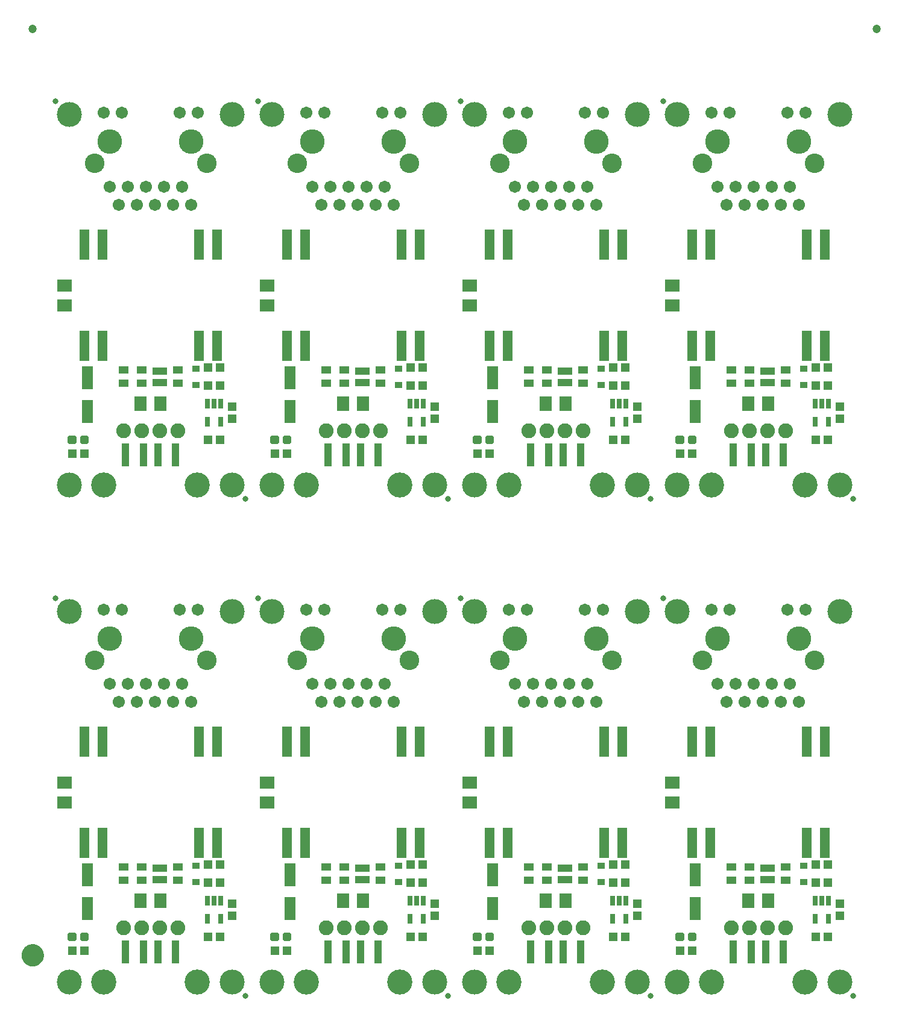
<source format=gts>
G04 EAGLE Gerber RS-274X export*
G75*
%MOMM*%
%FSLAX34Y34*%
%LPD*%
%INSoldermask Top*%
%IPPOS*%
%AMOC8*
5,1,8,0,0,1.08239X$1,22.5*%
G01*
%ADD10R,1.303200X1.203200*%
%ADD11C,0.838200*%
%ADD12C,3.453200*%
%ADD13C,2.753200*%
%ADD14C,1.703200*%
%ADD15R,1.203200X1.303200*%
%ADD16R,0.753200X1.403200*%
%ADD17R,2.003200X1.803200*%
%ADD18C,3.530600*%
%ADD19R,1.103200X3.203200*%
%ADD20C,2.082800*%
%ADD21C,3.505200*%
%ADD22R,1.453200X4.203200*%
%ADD23R,1.033200X0.833200*%
%ADD24R,1.603200X3.203200*%
%ADD25R,1.403200X1.003200*%
%ADD26R,2.003200X1.003200*%
%ADD27R,1.803200X2.003200*%
%ADD28C,0.505344*%
%ADD29C,1.203200*%
%ADD30C,1.270000*%


D10*
X220100Y190500D03*
X237100Y190500D03*
D11*
X273050Y6350D03*
X6350Y565150D03*
D10*
X220100Y165100D03*
X237100Y165100D03*
D12*
X196850Y508000D03*
X82550Y508000D03*
D13*
X218450Y477500D03*
X60950Y477500D03*
D14*
X184150Y444500D03*
X171450Y419100D03*
X158750Y444500D03*
X146050Y419100D03*
X133350Y444500D03*
X120650Y419100D03*
X107950Y444500D03*
X95250Y419100D03*
X196850Y419100D03*
X82550Y444500D03*
X180600Y548600D03*
X98800Y548600D03*
X206000Y548600D03*
X73400Y548600D03*
D15*
X254000Y135500D03*
X254000Y118500D03*
D16*
X238100Y140001D03*
X228600Y140001D03*
X219100Y140001D03*
X219100Y113999D03*
X238100Y113999D03*
D17*
X19050Y306100D03*
X19050Y278100D03*
D10*
X237100Y88900D03*
X220100Y88900D03*
D18*
X205359Y25400D03*
X74041Y25400D03*
D19*
X129700Y67520D03*
X104700Y67520D03*
X149700Y67520D03*
X174700Y67520D03*
D20*
X177800Y101600D03*
X152400Y101600D03*
X127000Y101600D03*
X101600Y101600D03*
D21*
X25400Y546100D03*
X254000Y546100D03*
X254000Y25400D03*
X25400Y25400D03*
D22*
X71800Y221100D03*
X46400Y221100D03*
X207600Y221100D03*
X233000Y221100D03*
X233000Y363100D03*
X207600Y363100D03*
X71800Y363100D03*
X46400Y363100D03*
D23*
X203200Y189300D03*
X203200Y166300D03*
D24*
X50800Y176400D03*
X50800Y128400D03*
D25*
X127000Y186800D03*
X127000Y168800D03*
X101600Y186800D03*
X101600Y168800D03*
D26*
X152400Y185800D03*
X152400Y169800D03*
D25*
X177800Y168800D03*
X177800Y186800D03*
D27*
X125700Y139700D03*
X153700Y139700D03*
D10*
X29600Y69850D03*
X46600Y69850D03*
D28*
X43380Y85410D02*
X43380Y92390D01*
X50360Y92390D01*
X50360Y85410D01*
X43380Y85410D01*
X43380Y90210D02*
X50360Y90210D01*
X25840Y92390D02*
X25840Y85410D01*
X25840Y92390D02*
X32820Y92390D01*
X32820Y85410D01*
X25840Y85410D01*
X25840Y90210D02*
X32820Y90210D01*
D10*
X504580Y190500D03*
X521580Y190500D03*
D11*
X557530Y6350D03*
X290830Y565150D03*
D10*
X504580Y165100D03*
X521580Y165100D03*
D12*
X481330Y508000D03*
X367030Y508000D03*
D13*
X502930Y477500D03*
X345430Y477500D03*
D14*
X468630Y444500D03*
X455930Y419100D03*
X443230Y444500D03*
X430530Y419100D03*
X417830Y444500D03*
X405130Y419100D03*
X392430Y444500D03*
X379730Y419100D03*
X481330Y419100D03*
X367030Y444500D03*
X465080Y548600D03*
X383280Y548600D03*
X490480Y548600D03*
X357880Y548600D03*
D15*
X538480Y135500D03*
X538480Y118500D03*
D16*
X522580Y140001D03*
X513080Y140001D03*
X503580Y140001D03*
X503580Y113999D03*
X522580Y113999D03*
D17*
X303530Y306100D03*
X303530Y278100D03*
D10*
X521580Y88900D03*
X504580Y88900D03*
D18*
X489839Y25400D03*
X358521Y25400D03*
D19*
X414180Y67520D03*
X389180Y67520D03*
X434180Y67520D03*
X459180Y67520D03*
D20*
X462280Y101600D03*
X436880Y101600D03*
X411480Y101600D03*
X386080Y101600D03*
D21*
X309880Y546100D03*
X538480Y546100D03*
X538480Y25400D03*
X309880Y25400D03*
D22*
X356280Y221100D03*
X330880Y221100D03*
X492080Y221100D03*
X517480Y221100D03*
X517480Y363100D03*
X492080Y363100D03*
X356280Y363100D03*
X330880Y363100D03*
D23*
X487680Y189300D03*
X487680Y166300D03*
D24*
X335280Y176400D03*
X335280Y128400D03*
D25*
X411480Y186800D03*
X411480Y168800D03*
X386080Y186800D03*
X386080Y168800D03*
D26*
X436880Y185800D03*
X436880Y169800D03*
D25*
X462280Y168800D03*
X462280Y186800D03*
D27*
X410180Y139700D03*
X438180Y139700D03*
D10*
X314080Y69850D03*
X331080Y69850D03*
D28*
X327860Y85410D02*
X327860Y92390D01*
X334840Y92390D01*
X334840Y85410D01*
X327860Y85410D01*
X327860Y90210D02*
X334840Y90210D01*
X310320Y92390D02*
X310320Y85410D01*
X310320Y92390D02*
X317300Y92390D01*
X317300Y85410D01*
X310320Y85410D01*
X310320Y90210D02*
X317300Y90210D01*
D10*
X789060Y190500D03*
X806060Y190500D03*
D11*
X842010Y6350D03*
X575310Y565150D03*
D10*
X789060Y165100D03*
X806060Y165100D03*
D12*
X765810Y508000D03*
X651510Y508000D03*
D13*
X787410Y477500D03*
X629910Y477500D03*
D14*
X753110Y444500D03*
X740410Y419100D03*
X727710Y444500D03*
X715010Y419100D03*
X702310Y444500D03*
X689610Y419100D03*
X676910Y444500D03*
X664210Y419100D03*
X765810Y419100D03*
X651510Y444500D03*
X749560Y548600D03*
X667760Y548600D03*
X774960Y548600D03*
X642360Y548600D03*
D15*
X822960Y135500D03*
X822960Y118500D03*
D16*
X807060Y140001D03*
X797560Y140001D03*
X788060Y140001D03*
X788060Y113999D03*
X807060Y113999D03*
D17*
X588010Y306100D03*
X588010Y278100D03*
D10*
X806060Y88900D03*
X789060Y88900D03*
D18*
X774319Y25400D03*
X643001Y25400D03*
D19*
X698660Y67520D03*
X673660Y67520D03*
X718660Y67520D03*
X743660Y67520D03*
D20*
X746760Y101600D03*
X721360Y101600D03*
X695960Y101600D03*
X670560Y101600D03*
D21*
X594360Y546100D03*
X822960Y546100D03*
X822960Y25400D03*
X594360Y25400D03*
D22*
X640760Y221100D03*
X615360Y221100D03*
X776560Y221100D03*
X801960Y221100D03*
X801960Y363100D03*
X776560Y363100D03*
X640760Y363100D03*
X615360Y363100D03*
D23*
X772160Y189300D03*
X772160Y166300D03*
D24*
X619760Y176400D03*
X619760Y128400D03*
D25*
X695960Y186800D03*
X695960Y168800D03*
X670560Y186800D03*
X670560Y168800D03*
D26*
X721360Y185800D03*
X721360Y169800D03*
D25*
X746760Y168800D03*
X746760Y186800D03*
D27*
X694660Y139700D03*
X722660Y139700D03*
D10*
X598560Y69850D03*
X615560Y69850D03*
D28*
X612340Y85410D02*
X612340Y92390D01*
X619320Y92390D01*
X619320Y85410D01*
X612340Y85410D01*
X612340Y90210D02*
X619320Y90210D01*
X594800Y92390D02*
X594800Y85410D01*
X594800Y92390D02*
X601780Y92390D01*
X601780Y85410D01*
X594800Y85410D01*
X594800Y90210D02*
X601780Y90210D01*
D10*
X1073540Y190500D03*
X1090540Y190500D03*
D11*
X1126490Y6350D03*
X859790Y565150D03*
D10*
X1073540Y165100D03*
X1090540Y165100D03*
D12*
X1050290Y508000D03*
X935990Y508000D03*
D13*
X1071890Y477500D03*
X914390Y477500D03*
D14*
X1037590Y444500D03*
X1024890Y419100D03*
X1012190Y444500D03*
X999490Y419100D03*
X986790Y444500D03*
X974090Y419100D03*
X961390Y444500D03*
X948690Y419100D03*
X1050290Y419100D03*
X935990Y444500D03*
X1034040Y548600D03*
X952240Y548600D03*
X1059440Y548600D03*
X926840Y548600D03*
D15*
X1107440Y135500D03*
X1107440Y118500D03*
D16*
X1091540Y140001D03*
X1082040Y140001D03*
X1072540Y140001D03*
X1072540Y113999D03*
X1091540Y113999D03*
D17*
X872490Y306100D03*
X872490Y278100D03*
D10*
X1090540Y88900D03*
X1073540Y88900D03*
D18*
X1058799Y25400D03*
X927481Y25400D03*
D19*
X983140Y67520D03*
X958140Y67520D03*
X1003140Y67520D03*
X1028140Y67520D03*
D20*
X1031240Y101600D03*
X1005840Y101600D03*
X980440Y101600D03*
X955040Y101600D03*
D21*
X878840Y546100D03*
X1107440Y546100D03*
X1107440Y25400D03*
X878840Y25400D03*
D22*
X925240Y221100D03*
X899840Y221100D03*
X1061040Y221100D03*
X1086440Y221100D03*
X1086440Y363100D03*
X1061040Y363100D03*
X925240Y363100D03*
X899840Y363100D03*
D23*
X1056640Y189300D03*
X1056640Y166300D03*
D24*
X904240Y176400D03*
X904240Y128400D03*
D25*
X980440Y186800D03*
X980440Y168800D03*
X955040Y186800D03*
X955040Y168800D03*
D26*
X1005840Y185800D03*
X1005840Y169800D03*
D25*
X1031240Y168800D03*
X1031240Y186800D03*
D27*
X979140Y139700D03*
X1007140Y139700D03*
D10*
X883040Y69850D03*
X900040Y69850D03*
D28*
X896820Y85410D02*
X896820Y92390D01*
X903800Y92390D01*
X903800Y85410D01*
X896820Y85410D01*
X896820Y90210D02*
X903800Y90210D01*
X879280Y92390D02*
X879280Y85410D01*
X879280Y92390D02*
X886260Y92390D01*
X886260Y85410D01*
X879280Y85410D01*
X879280Y90210D02*
X886260Y90210D01*
D10*
X220100Y889000D03*
X237100Y889000D03*
D11*
X273050Y704850D03*
X6350Y1263650D03*
D10*
X220100Y863600D03*
X237100Y863600D03*
D12*
X196850Y1206500D03*
X82550Y1206500D03*
D13*
X218450Y1176000D03*
X60950Y1176000D03*
D14*
X184150Y1143000D03*
X171450Y1117600D03*
X158750Y1143000D03*
X146050Y1117600D03*
X133350Y1143000D03*
X120650Y1117600D03*
X107950Y1143000D03*
X95250Y1117600D03*
X196850Y1117600D03*
X82550Y1143000D03*
X180600Y1247100D03*
X98800Y1247100D03*
X206000Y1247100D03*
X73400Y1247100D03*
D15*
X254000Y834000D03*
X254000Y817000D03*
D16*
X238100Y838501D03*
X228600Y838501D03*
X219100Y838501D03*
X219100Y812499D03*
X238100Y812499D03*
D17*
X19050Y1004600D03*
X19050Y976600D03*
D10*
X237100Y787400D03*
X220100Y787400D03*
D18*
X205359Y723900D03*
X74041Y723900D03*
D19*
X129700Y766020D03*
X104700Y766020D03*
X149700Y766020D03*
X174700Y766020D03*
D20*
X177800Y800100D03*
X152400Y800100D03*
X127000Y800100D03*
X101600Y800100D03*
D21*
X25400Y1244600D03*
X254000Y1244600D03*
X254000Y723900D03*
X25400Y723900D03*
D22*
X71800Y919600D03*
X46400Y919600D03*
X207600Y919600D03*
X233000Y919600D03*
X233000Y1061600D03*
X207600Y1061600D03*
X71800Y1061600D03*
X46400Y1061600D03*
D23*
X203200Y887800D03*
X203200Y864800D03*
D24*
X50800Y874900D03*
X50800Y826900D03*
D25*
X127000Y885300D03*
X127000Y867300D03*
X101600Y885300D03*
X101600Y867300D03*
D26*
X152400Y884300D03*
X152400Y868300D03*
D25*
X177800Y867300D03*
X177800Y885300D03*
D27*
X125700Y838200D03*
X153700Y838200D03*
D10*
X29600Y768350D03*
X46600Y768350D03*
D28*
X43380Y783910D02*
X43380Y790890D01*
X50360Y790890D01*
X50360Y783910D01*
X43380Y783910D01*
X43380Y788710D02*
X50360Y788710D01*
X25840Y790890D02*
X25840Y783910D01*
X25840Y790890D02*
X32820Y790890D01*
X32820Y783910D01*
X25840Y783910D01*
X25840Y788710D02*
X32820Y788710D01*
D10*
X504580Y889000D03*
X521580Y889000D03*
D11*
X557530Y704850D03*
X290830Y1263650D03*
D10*
X504580Y863600D03*
X521580Y863600D03*
D12*
X481330Y1206500D03*
X367030Y1206500D03*
D13*
X502930Y1176000D03*
X345430Y1176000D03*
D14*
X468630Y1143000D03*
X455930Y1117600D03*
X443230Y1143000D03*
X430530Y1117600D03*
X417830Y1143000D03*
X405130Y1117600D03*
X392430Y1143000D03*
X379730Y1117600D03*
X481330Y1117600D03*
X367030Y1143000D03*
X465080Y1247100D03*
X383280Y1247100D03*
X490480Y1247100D03*
X357880Y1247100D03*
D15*
X538480Y834000D03*
X538480Y817000D03*
D16*
X522580Y838501D03*
X513080Y838501D03*
X503580Y838501D03*
X503580Y812499D03*
X522580Y812499D03*
D17*
X303530Y1004600D03*
X303530Y976600D03*
D10*
X521580Y787400D03*
X504580Y787400D03*
D18*
X489839Y723900D03*
X358521Y723900D03*
D19*
X414180Y766020D03*
X389180Y766020D03*
X434180Y766020D03*
X459180Y766020D03*
D20*
X462280Y800100D03*
X436880Y800100D03*
X411480Y800100D03*
X386080Y800100D03*
D21*
X309880Y1244600D03*
X538480Y1244600D03*
X538480Y723900D03*
X309880Y723900D03*
D22*
X356280Y919600D03*
X330880Y919600D03*
X492080Y919600D03*
X517480Y919600D03*
X517480Y1061600D03*
X492080Y1061600D03*
X356280Y1061600D03*
X330880Y1061600D03*
D23*
X487680Y887800D03*
X487680Y864800D03*
D24*
X335280Y874900D03*
X335280Y826900D03*
D25*
X411480Y885300D03*
X411480Y867300D03*
X386080Y885300D03*
X386080Y867300D03*
D26*
X436880Y884300D03*
X436880Y868300D03*
D25*
X462280Y867300D03*
X462280Y885300D03*
D27*
X410180Y838200D03*
X438180Y838200D03*
D10*
X314080Y768350D03*
X331080Y768350D03*
D28*
X327860Y783910D02*
X327860Y790890D01*
X334840Y790890D01*
X334840Y783910D01*
X327860Y783910D01*
X327860Y788710D02*
X334840Y788710D01*
X310320Y790890D02*
X310320Y783910D01*
X310320Y790890D02*
X317300Y790890D01*
X317300Y783910D01*
X310320Y783910D01*
X310320Y788710D02*
X317300Y788710D01*
D10*
X789060Y889000D03*
X806060Y889000D03*
D11*
X842010Y704850D03*
X575310Y1263650D03*
D10*
X789060Y863600D03*
X806060Y863600D03*
D12*
X765810Y1206500D03*
X651510Y1206500D03*
D13*
X787410Y1176000D03*
X629910Y1176000D03*
D14*
X753110Y1143000D03*
X740410Y1117600D03*
X727710Y1143000D03*
X715010Y1117600D03*
X702310Y1143000D03*
X689610Y1117600D03*
X676910Y1143000D03*
X664210Y1117600D03*
X765810Y1117600D03*
X651510Y1143000D03*
X749560Y1247100D03*
X667760Y1247100D03*
X774960Y1247100D03*
X642360Y1247100D03*
D15*
X822960Y834000D03*
X822960Y817000D03*
D16*
X807060Y838501D03*
X797560Y838501D03*
X788060Y838501D03*
X788060Y812499D03*
X807060Y812499D03*
D17*
X588010Y1004600D03*
X588010Y976600D03*
D10*
X806060Y787400D03*
X789060Y787400D03*
D18*
X774319Y723900D03*
X643001Y723900D03*
D19*
X698660Y766020D03*
X673660Y766020D03*
X718660Y766020D03*
X743660Y766020D03*
D20*
X746760Y800100D03*
X721360Y800100D03*
X695960Y800100D03*
X670560Y800100D03*
D21*
X594360Y1244600D03*
X822960Y1244600D03*
X822960Y723900D03*
X594360Y723900D03*
D22*
X640760Y919600D03*
X615360Y919600D03*
X776560Y919600D03*
X801960Y919600D03*
X801960Y1061600D03*
X776560Y1061600D03*
X640760Y1061600D03*
X615360Y1061600D03*
D23*
X772160Y887800D03*
X772160Y864800D03*
D24*
X619760Y874900D03*
X619760Y826900D03*
D25*
X695960Y885300D03*
X695960Y867300D03*
X670560Y885300D03*
X670560Y867300D03*
D26*
X721360Y884300D03*
X721360Y868300D03*
D25*
X746760Y867300D03*
X746760Y885300D03*
D27*
X694660Y838200D03*
X722660Y838200D03*
D10*
X598560Y768350D03*
X615560Y768350D03*
D28*
X612340Y783910D02*
X612340Y790890D01*
X619320Y790890D01*
X619320Y783910D01*
X612340Y783910D01*
X612340Y788710D02*
X619320Y788710D01*
X594800Y790890D02*
X594800Y783910D01*
X594800Y790890D02*
X601780Y790890D01*
X601780Y783910D01*
X594800Y783910D01*
X594800Y788710D02*
X601780Y788710D01*
D10*
X1073540Y889000D03*
X1090540Y889000D03*
D11*
X1126490Y704850D03*
X859790Y1263650D03*
D10*
X1073540Y863600D03*
X1090540Y863600D03*
D12*
X1050290Y1206500D03*
X935990Y1206500D03*
D13*
X1071890Y1176000D03*
X914390Y1176000D03*
D14*
X1037590Y1143000D03*
X1024890Y1117600D03*
X1012190Y1143000D03*
X999490Y1117600D03*
X986790Y1143000D03*
X974090Y1117600D03*
X961390Y1143000D03*
X948690Y1117600D03*
X1050290Y1117600D03*
X935990Y1143000D03*
X1034040Y1247100D03*
X952240Y1247100D03*
X1059440Y1247100D03*
X926840Y1247100D03*
D15*
X1107440Y834000D03*
X1107440Y817000D03*
D16*
X1091540Y838501D03*
X1082040Y838501D03*
X1072540Y838501D03*
X1072540Y812499D03*
X1091540Y812499D03*
D17*
X872490Y1004600D03*
X872490Y976600D03*
D10*
X1090540Y787400D03*
X1073540Y787400D03*
D18*
X1058799Y723900D03*
X927481Y723900D03*
D19*
X983140Y766020D03*
X958140Y766020D03*
X1003140Y766020D03*
X1028140Y766020D03*
D20*
X1031240Y800100D03*
X1005840Y800100D03*
X980440Y800100D03*
X955040Y800100D03*
D21*
X878840Y1244600D03*
X1107440Y1244600D03*
X1107440Y723900D03*
X878840Y723900D03*
D22*
X925240Y919600D03*
X899840Y919600D03*
X1061040Y919600D03*
X1086440Y919600D03*
X1086440Y1061600D03*
X1061040Y1061600D03*
X925240Y1061600D03*
X899840Y1061600D03*
D23*
X1056640Y887800D03*
X1056640Y864800D03*
D24*
X904240Y874900D03*
X904240Y826900D03*
D25*
X980440Y885300D03*
X980440Y867300D03*
X955040Y885300D03*
X955040Y867300D03*
D26*
X1005840Y884300D03*
X1005840Y868300D03*
D25*
X1031240Y867300D03*
X1031240Y885300D03*
D27*
X979140Y838200D03*
X1007140Y838200D03*
D10*
X883040Y768350D03*
X900040Y768350D03*
D28*
X896820Y783910D02*
X896820Y790890D01*
X903800Y790890D01*
X903800Y783910D01*
X896820Y783910D01*
X896820Y788710D02*
X903800Y788710D01*
X879280Y790890D02*
X879280Y783910D01*
X879280Y790890D02*
X886260Y790890D01*
X886260Y783910D01*
X879280Y783910D01*
X879280Y788710D02*
X886260Y788710D01*
D29*
X-26238Y1365250D03*
X1159078Y1365250D03*
D30*
X-35293Y63500D02*
X-35290Y63722D01*
X-35282Y63944D01*
X-35268Y64166D01*
X-35249Y64388D01*
X-35225Y64608D01*
X-35195Y64829D01*
X-35160Y65048D01*
X-35119Y65267D01*
X-35073Y65484D01*
X-35022Y65700D01*
X-34965Y65915D01*
X-34903Y66129D01*
X-34836Y66340D01*
X-34764Y66551D01*
X-34686Y66759D01*
X-34604Y66965D01*
X-34516Y67169D01*
X-34424Y67372D01*
X-34326Y67571D01*
X-34224Y67768D01*
X-34117Y67963D01*
X-34005Y68155D01*
X-33888Y68344D01*
X-33767Y68531D01*
X-33641Y68714D01*
X-33511Y68894D01*
X-33376Y69071D01*
X-33238Y69244D01*
X-33095Y69414D01*
X-32947Y69581D01*
X-32796Y69744D01*
X-32641Y69903D01*
X-32482Y70058D01*
X-32319Y70209D01*
X-32152Y70357D01*
X-31982Y70500D01*
X-31809Y70638D01*
X-31632Y70773D01*
X-31452Y70903D01*
X-31269Y71029D01*
X-31082Y71150D01*
X-30893Y71267D01*
X-30701Y71379D01*
X-30506Y71486D01*
X-30309Y71588D01*
X-30110Y71686D01*
X-29907Y71778D01*
X-29703Y71866D01*
X-29497Y71948D01*
X-29289Y72026D01*
X-29078Y72098D01*
X-28867Y72165D01*
X-28653Y72227D01*
X-28438Y72284D01*
X-28222Y72335D01*
X-28005Y72381D01*
X-27786Y72422D01*
X-27567Y72457D01*
X-27346Y72487D01*
X-27126Y72511D01*
X-26904Y72530D01*
X-26682Y72544D01*
X-26460Y72552D01*
X-26238Y72555D01*
X-26016Y72552D01*
X-25794Y72544D01*
X-25572Y72530D01*
X-25350Y72511D01*
X-25130Y72487D01*
X-24909Y72457D01*
X-24690Y72422D01*
X-24471Y72381D01*
X-24254Y72335D01*
X-24038Y72284D01*
X-23823Y72227D01*
X-23609Y72165D01*
X-23398Y72098D01*
X-23187Y72026D01*
X-22979Y71948D01*
X-22773Y71866D01*
X-22569Y71778D01*
X-22366Y71686D01*
X-22167Y71588D01*
X-21970Y71486D01*
X-21775Y71379D01*
X-21583Y71267D01*
X-21394Y71150D01*
X-21207Y71029D01*
X-21024Y70903D01*
X-20844Y70773D01*
X-20667Y70638D01*
X-20494Y70500D01*
X-20324Y70357D01*
X-20157Y70209D01*
X-19994Y70058D01*
X-19835Y69903D01*
X-19680Y69744D01*
X-19529Y69581D01*
X-19381Y69414D01*
X-19238Y69244D01*
X-19100Y69071D01*
X-18965Y68894D01*
X-18835Y68714D01*
X-18709Y68531D01*
X-18588Y68344D01*
X-18471Y68155D01*
X-18359Y67963D01*
X-18252Y67768D01*
X-18150Y67571D01*
X-18052Y67372D01*
X-17960Y67169D01*
X-17872Y66965D01*
X-17790Y66759D01*
X-17712Y66551D01*
X-17640Y66340D01*
X-17573Y66129D01*
X-17511Y65915D01*
X-17454Y65700D01*
X-17403Y65484D01*
X-17357Y65267D01*
X-17316Y65048D01*
X-17281Y64829D01*
X-17251Y64608D01*
X-17227Y64388D01*
X-17208Y64166D01*
X-17194Y63944D01*
X-17186Y63722D01*
X-17183Y63500D01*
X-17186Y63278D01*
X-17194Y63056D01*
X-17208Y62834D01*
X-17227Y62612D01*
X-17251Y62392D01*
X-17281Y62171D01*
X-17316Y61952D01*
X-17357Y61733D01*
X-17403Y61516D01*
X-17454Y61300D01*
X-17511Y61085D01*
X-17573Y60871D01*
X-17640Y60660D01*
X-17712Y60449D01*
X-17790Y60241D01*
X-17872Y60035D01*
X-17960Y59831D01*
X-18052Y59628D01*
X-18150Y59429D01*
X-18252Y59232D01*
X-18359Y59037D01*
X-18471Y58845D01*
X-18588Y58656D01*
X-18709Y58469D01*
X-18835Y58286D01*
X-18965Y58106D01*
X-19100Y57929D01*
X-19238Y57756D01*
X-19381Y57586D01*
X-19529Y57419D01*
X-19680Y57256D01*
X-19835Y57097D01*
X-19994Y56942D01*
X-20157Y56791D01*
X-20324Y56643D01*
X-20494Y56500D01*
X-20667Y56362D01*
X-20844Y56227D01*
X-21024Y56097D01*
X-21207Y55971D01*
X-21394Y55850D01*
X-21583Y55733D01*
X-21775Y55621D01*
X-21970Y55514D01*
X-22167Y55412D01*
X-22366Y55314D01*
X-22569Y55222D01*
X-22773Y55134D01*
X-22979Y55052D01*
X-23187Y54974D01*
X-23398Y54902D01*
X-23609Y54835D01*
X-23823Y54773D01*
X-24038Y54716D01*
X-24254Y54665D01*
X-24471Y54619D01*
X-24690Y54578D01*
X-24909Y54543D01*
X-25130Y54513D01*
X-25350Y54489D01*
X-25572Y54470D01*
X-25794Y54456D01*
X-26016Y54448D01*
X-26238Y54445D01*
X-26460Y54448D01*
X-26682Y54456D01*
X-26904Y54470D01*
X-27126Y54489D01*
X-27346Y54513D01*
X-27567Y54543D01*
X-27786Y54578D01*
X-28005Y54619D01*
X-28222Y54665D01*
X-28438Y54716D01*
X-28653Y54773D01*
X-28867Y54835D01*
X-29078Y54902D01*
X-29289Y54974D01*
X-29497Y55052D01*
X-29703Y55134D01*
X-29907Y55222D01*
X-30110Y55314D01*
X-30309Y55412D01*
X-30506Y55514D01*
X-30701Y55621D01*
X-30893Y55733D01*
X-31082Y55850D01*
X-31269Y55971D01*
X-31452Y56097D01*
X-31632Y56227D01*
X-31809Y56362D01*
X-31982Y56500D01*
X-32152Y56643D01*
X-32319Y56791D01*
X-32482Y56942D01*
X-32641Y57097D01*
X-32796Y57256D01*
X-32947Y57419D01*
X-33095Y57586D01*
X-33238Y57756D01*
X-33376Y57929D01*
X-33511Y58106D01*
X-33641Y58286D01*
X-33767Y58469D01*
X-33888Y58656D01*
X-34005Y58845D01*
X-34117Y59037D01*
X-34224Y59232D01*
X-34326Y59429D01*
X-34424Y59628D01*
X-34516Y59831D01*
X-34604Y60035D01*
X-34686Y60241D01*
X-34764Y60449D01*
X-34836Y60660D01*
X-34903Y60871D01*
X-34965Y61085D01*
X-35022Y61300D01*
X-35073Y61516D01*
X-35119Y61733D01*
X-35160Y61952D01*
X-35195Y62171D01*
X-35225Y62392D01*
X-35249Y62612D01*
X-35268Y62834D01*
X-35282Y63056D01*
X-35290Y63278D01*
X-35293Y63500D01*
D14*
X-26238Y63500D03*
M02*

</source>
